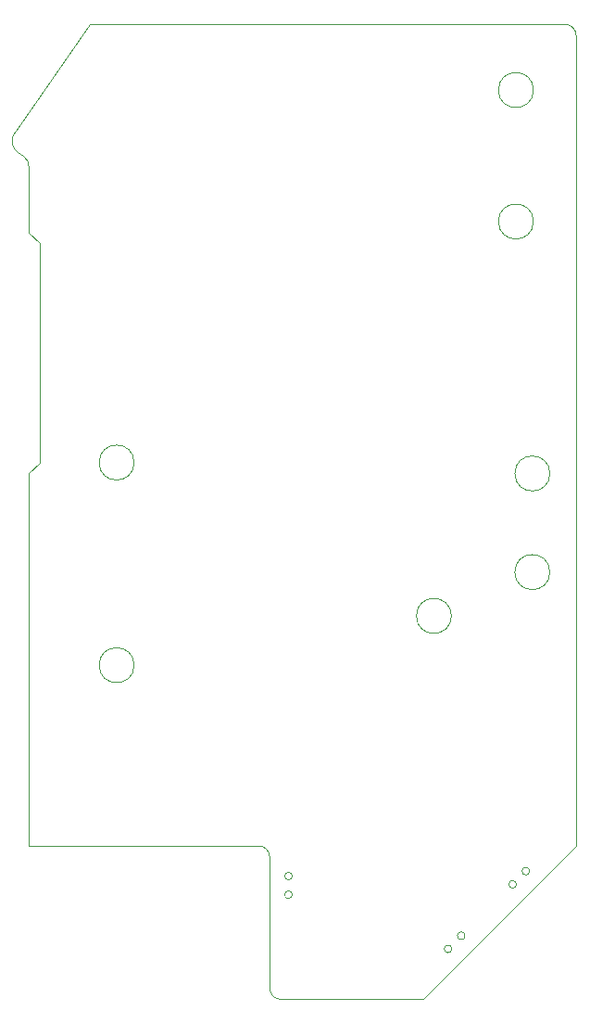
<source format=gbr>
G04 #@! TF.GenerationSoftware,KiCad,Pcbnew,9.0.0*
G04 #@! TF.CreationDate,2025-03-02T22:01:55-06:00*
G04 #@! TF.ProjectId,mobo,6d6f626f-2e6b-4696-9361-645f70636258,rev?*
G04 #@! TF.SameCoordinates,Original*
G04 #@! TF.FileFunction,Profile,NP*
%FSLAX46Y46*%
G04 Gerber Fmt 4.6, Leading zero omitted, Abs format (unit mm)*
G04 Created by KiCad (PCBNEW 9.0.0) date 2025-03-02 22:01:55*
%MOMM*%
%LPD*%
G01*
G04 APERTURE LIST*
G04 #@! TA.AperFunction,Profile*
%ADD10C,0.050000*%
G04 #@! TD*
G04 #@! TA.AperFunction,Profile*
%ADD11C,0.120000*%
G04 #@! TD*
G04 APERTURE END LIST*
D10*
X122292893Y-104807107D02*
G75*
G02*
X123299991Y-105800000I7J-1007193D01*
G01*
X126850000Y-29800000D02*
X150300000Y-29800000D01*
X101300000Y-104800000D02*
X122292893Y-104807107D01*
X101300000Y-48800000D02*
X101300000Y-42875000D01*
X102300000Y-49800000D02*
X102300000Y-69800000D01*
X151300000Y-104800000D02*
X151300000Y-30800000D01*
X126850000Y-29800000D02*
X106850000Y-29800000D01*
X102300000Y-69800000D02*
X101300000Y-70800000D01*
X100275000Y-41475000D02*
G75*
G02*
X99950002Y-39750001I694700J1024000D01*
G01*
X101300000Y-104800000D02*
X101300000Y-70800000D01*
X100787500Y-41837500D02*
X100275000Y-41475000D01*
X99950000Y-39750000D02*
X106850000Y-29800000D01*
X150300000Y-29800000D02*
G75*
G02*
X151300000Y-30800000I0J-1000000D01*
G01*
X102300000Y-49800000D02*
X101300000Y-48800000D01*
X100787500Y-41837500D02*
G75*
G02*
X101299993Y-42875000I-692700J-987500D01*
G01*
X124300000Y-118800000D02*
G75*
G02*
X123307125Y-117800000I0J992900D01*
G01*
X123300000Y-105800000D02*
X123307107Y-117800000D01*
X124300000Y-118800000D02*
X137300000Y-118800000D01*
X151300000Y-104800000D02*
X137300000Y-118800000D01*
X110900000Y-69800000D02*
G75*
G02*
X107700000Y-69800000I-1600000J0D01*
G01*
X107700000Y-69800000D02*
G75*
G02*
X110900000Y-69800000I1600000J0D01*
G01*
X147400000Y-47800000D02*
G75*
G02*
X144200000Y-47800000I-1600000J0D01*
G01*
X144200000Y-47800000D02*
G75*
G02*
X147400000Y-47800000I1600000J0D01*
G01*
X110900000Y-88300000D02*
G75*
G02*
X107700000Y-88300000I-1600000J0D01*
G01*
X107700000Y-88300000D02*
G75*
G02*
X110900000Y-88300000I1600000J0D01*
G01*
D11*
X139948958Y-114201041D02*
G75*
G02*
X139248960Y-114201041I-349999J0D01*
G01*
X139248960Y-114201041D02*
G75*
G02*
X139948958Y-114201041I349999J0D01*
G01*
X141151042Y-112998959D02*
G75*
G02*
X140451040Y-112998959I-350001J0D01*
G01*
X140451040Y-112998959D02*
G75*
G02*
X141151042Y-112998959I350001J0D01*
G01*
D10*
X147400000Y-35800000D02*
G75*
G02*
X144200000Y-35800000I-1600000J0D01*
G01*
X144200000Y-35800000D02*
G75*
G02*
X147400000Y-35800000I1600000J0D01*
G01*
X148900000Y-79800000D02*
G75*
G02*
X145700000Y-79800000I-1600000J0D01*
G01*
X145700000Y-79800000D02*
G75*
G02*
X148900000Y-79800000I1600000J0D01*
G01*
X139900000Y-83800000D02*
G75*
G02*
X136700000Y-83800000I-1600000J0D01*
G01*
X136700000Y-83800000D02*
G75*
G02*
X139900000Y-83800000I1600000J0D01*
G01*
D11*
X125350000Y-107550000D02*
G75*
G02*
X124650000Y-107550000I-350000J0D01*
G01*
X124650000Y-107550000D02*
G75*
G02*
X125350000Y-107550000I350000J0D01*
G01*
X125350000Y-109250000D02*
G75*
G02*
X124650000Y-109250000I-350000J0D01*
G01*
X124650000Y-109250000D02*
G75*
G02*
X125350000Y-109250000I350000J0D01*
G01*
D10*
X148900000Y-70800000D02*
G75*
G02*
X145700000Y-70800000I-1600000J0D01*
G01*
X145700000Y-70800000D02*
G75*
G02*
X148900000Y-70800000I1600000J0D01*
G01*
D11*
X145848958Y-108301041D02*
G75*
G02*
X145148960Y-108301041I-349999J0D01*
G01*
X145148960Y-108301041D02*
G75*
G02*
X145848958Y-108301041I349999J0D01*
G01*
X147051042Y-107098959D02*
G75*
G02*
X146351040Y-107098959I-350001J0D01*
G01*
X146351040Y-107098959D02*
G75*
G02*
X147051042Y-107098959I350001J0D01*
G01*
M02*

</source>
